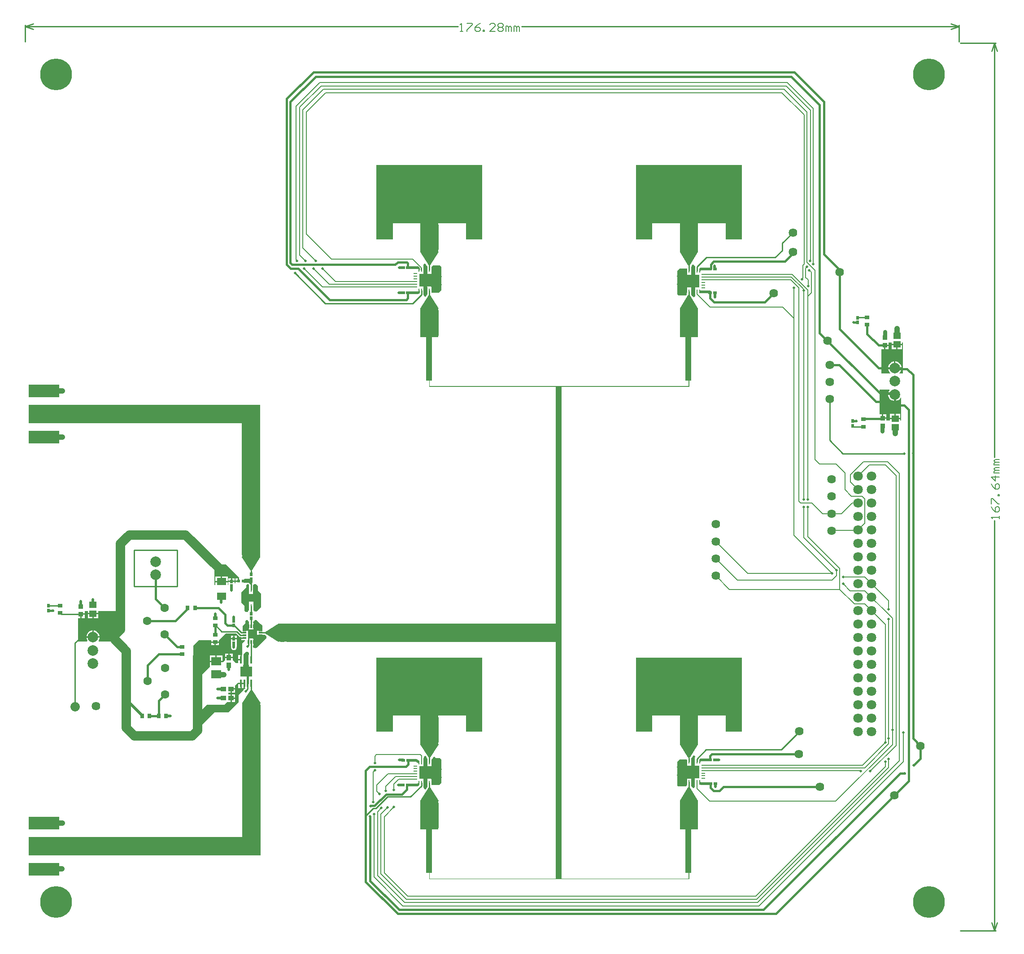
<source format=gtl>
G04*
G04 #@! TF.GenerationSoftware,Altium Limited,Altium Designer,23.2.1 (34)*
G04*
G04 Layer_Physical_Order=1*
G04 Layer_Color=255*
%FSLAX25Y25*%
%MOIN*%
G70*
G04*
G04 #@! TF.SameCoordinates,342CFCC0-3008-4232-B3F0-62073F027D76*
G04*
G04*
G04 #@! TF.FilePolarity,Positive*
G04*
G01*
G75*
%ADD12C,0.01000*%
%ADD15C,0.00600*%
%ADD16R,0.13610X0.01968*%
%ADD17R,0.01100X0.01000*%
%ADD18R,0.03543X0.02756*%
%ADD19R,0.01968X0.02756*%
%ADD20R,0.05733X0.04940*%
%ADD21R,0.03591X0.03772*%
%ADD22R,0.23000X0.09000*%
%ADD23R,0.23000X0.09500*%
%ADD24R,0.09646X0.09646*%
%ADD25R,0.03150X0.00984*%
%ADD26R,0.00984X0.03150*%
%ADD27R,0.02598X0.02441*%
%ADD28R,0.13610X0.01992*%
%ADD29R,0.02441X0.02598*%
%ADD30R,0.02756X0.03543*%
%ADD31R,0.01772X0.05315*%
%ADD32R,0.08898X0.07205*%
%ADD33R,0.05709X0.05709*%
%ADD34R,0.02559X0.00984*%
%ADD35R,0.00984X0.02559*%
%ADD36R,0.01181X0.02953*%
%ADD37R,0.02953X0.01181*%
%ADD38R,0.06890X0.06890*%
%ADD39R,0.13610X0.01575*%
%ADD40R,0.03291X0.13610*%
%ADD41R,0.01968X0.13610*%
%ADD42R,0.01000X0.01100*%
%ADD43R,0.07087X0.05315*%
%ADD44R,0.07284X0.06496*%
%ADD45R,0.03740X0.03937*%
%ADD46R,0.03937X0.03740*%
%ADD47R,0.02423X0.02254*%
%ADD78C,0.01500*%
%ADD79C,0.02000*%
%ADD80C,0.00700*%
%ADD81C,0.01100*%
%ADD82C,0.04000*%
%ADD83C,0.07000*%
%ADD84C,0.03000*%
%ADD85C,0.23622*%
%ADD86C,0.06400*%
%ADD87C,0.07087*%
%ADD88C,0.07874*%
%ADD89C,0.06299*%
%ADD90C,0.01968*%
G36*
X588779Y514077D02*
X576633D01*
Y525943D01*
X522186D01*
Y514077D01*
X510039D01*
X510041Y514079D01*
Y569194D01*
X510039Y569195D01*
X588779D01*
Y514077D01*
D02*
G37*
G36*
X395866D02*
X383720D01*
Y525943D01*
X329273D01*
Y514077D01*
X317126D01*
X317127Y514079D01*
Y569194D01*
X317126Y569195D01*
X395866D01*
Y514077D01*
D02*
G37*
G36*
X556182Y506476D02*
X555829Y506122D01*
X542968Y506122D01*
X542614Y506476D01*
X542615Y524902D01*
X556182D01*
X556182Y506476D01*
D02*
G37*
G36*
X363269D02*
X362915Y506122D01*
X350054Y506122D01*
X349701Y506476D01*
X349701Y524902D01*
X363269D01*
X363269Y506476D01*
D02*
G37*
G36*
X556202Y504528D02*
X549945Y494685D01*
X548851D01*
X542595Y504528D01*
Y504724D01*
X556202D01*
Y504528D01*
D02*
G37*
G36*
X363287D02*
X357031Y494685D01*
X355937D01*
X349681Y504528D01*
Y504724D01*
X363287D01*
Y504528D01*
D02*
G37*
G36*
X553890Y493981D02*
Y493132D01*
X553876D01*
Y487983D01*
X553890D01*
Y487386D01*
X551413D01*
X550955Y487885D01*
X550955Y487983D01*
X550955Y488371D01*
Y493132D01*
X550955Y493132D01*
X550955D01*
X550955Y493132D01*
X551114Y493567D01*
X552020Y494473D01*
X553398D01*
X553890Y493981D01*
D02*
G37*
G36*
X354934Y494081D02*
Y492988D01*
X355004D01*
Y489076D01*
X355004Y488665D01*
X355004Y488166D01*
X355001Y488091D01*
X352067D01*
Y488665D01*
X352083D01*
Y493815D01*
X352067D01*
Y494587D01*
X352559Y495079D01*
X353937D01*
X354934Y494081D01*
D02*
G37*
G36*
X365354Y493602D02*
Y476181D01*
X363583Y474409D01*
X357988D01*
Y478657D01*
X357988D01*
X357874Y478839D01*
Y479232D01*
X357874D01*
Y488091D01*
X357874D01*
Y488165D01*
X357988Y488665D01*
X357988Y488665D01*
Y492988D01*
X358034D01*
Y493566D01*
X358957Y494488D01*
X364469D01*
X365354Y493602D01*
D02*
G37*
G36*
X354853Y479095D02*
X355004Y478657D01*
X355004Y478657D01*
X355004Y478657D01*
Y474307D01*
X354934D01*
Y473241D01*
X353937Y472244D01*
X352559D01*
X352067Y472736D01*
Y473508D01*
X352083D01*
Y478657D01*
X352067D01*
Y479232D01*
X354763D01*
X354853Y479095D01*
D02*
G37*
G36*
X547971Y487983D02*
X547971D01*
X548083Y487878D01*
Y487386D01*
X548083D01*
Y478517D01*
X548083D01*
Y478475D01*
X547971Y477975D01*
X547971D01*
Y474277D01*
X547849D01*
Y473077D01*
X547000Y472228D01*
X541489D01*
X540603Y473114D01*
Y490536D01*
X542374Y492307D01*
X547971D01*
Y487983D01*
D02*
G37*
G36*
X553890Y477975D02*
X553876D01*
Y472825D01*
X553890D01*
Y472130D01*
X553398Y471638D01*
X552020D01*
X551287Y472371D01*
X550955Y472893D01*
Y477975D01*
X550955Y477975D01*
X550955Y477975D01*
X551116Y478408D01*
X551194Y478528D01*
X553890D01*
Y477975D01*
D02*
G37*
G36*
X363287Y462768D02*
Y462571D01*
X349681D01*
Y462768D01*
X355937Y472610D01*
X357031D01*
X363287Y462768D01*
D02*
G37*
G36*
X556202Y462738D02*
Y462541D01*
X542595D01*
Y462738D01*
X548851Y472580D01*
X549946D01*
X556202Y462738D01*
D02*
G37*
G36*
X556182Y442696D02*
X555829Y442343D01*
X551220Y442343D01*
X551141Y442358D01*
X546850D01*
X546772Y442343D01*
X542968Y442343D01*
X542614Y442696D01*
X542615Y461122D01*
X556182D01*
X556182Y442696D01*
D02*
G37*
G36*
X363269D02*
X362915Y442343D01*
X358307Y442343D01*
X358228Y442358D01*
X353937D01*
X353858Y442343D01*
X350054Y442343D01*
X349701Y442696D01*
X349701Y461122D01*
X363269D01*
X363269Y442696D01*
D02*
G37*
G36*
X708465Y414272D02*
X705917D01*
X705710Y414772D01*
X706313Y415374D01*
X706963Y416500D01*
X707299Y417756D01*
Y417906D01*
X702362D01*
X697425D01*
Y417756D01*
X697762Y416500D01*
X698412Y415374D01*
X699014Y414772D01*
X698807Y414272D01*
X692323D01*
Y432386D01*
X694515D01*
Y435272D01*
X695015D01*
Y435772D01*
X697811D01*
Y437303D01*
X700059D01*
Y436375D01*
X703925D01*
X707792D01*
Y437303D01*
X708465D01*
Y414272D01*
D02*
G37*
G36*
X551141Y408976D02*
X549615D01*
Y404374D01*
X454684D01*
Y38645D01*
X549204D01*
Y42836D01*
X546850D01*
Y75195D01*
X551141D01*
Y42836D01*
X549615D01*
Y38234D01*
X356290D01*
Y42836D01*
X353937D01*
Y75195D01*
X358228D01*
Y42836D01*
X356702D01*
Y38645D01*
X450394D01*
Y214705D01*
X250383D01*
Y228315D01*
X450394D01*
Y404374D01*
X356290D01*
Y408976D01*
X353937D01*
Y441339D01*
X358228D01*
Y408976D01*
X356702D01*
Y404787D01*
X549204D01*
Y408976D01*
X546850D01*
Y441339D01*
X551141D01*
Y408976D01*
D02*
G37*
G36*
X698462Y401802D02*
X698412Y401752D01*
X697762Y400626D01*
X697425Y399370D01*
Y399220D01*
X702362D01*
Y398720D01*
X702862D01*
Y393783D01*
X703012D01*
X704268Y394120D01*
X705394Y394770D01*
X706313Y395689D01*
X706685Y396334D01*
X707185Y396200D01*
Y379232D01*
X706524D01*
Y380209D01*
X702657D01*
X698791D01*
Y379232D01*
X696103D01*
Y380610D01*
X693307D01*
Y381110D01*
X692807D01*
Y383996D01*
X691043D01*
Y402264D01*
X698270D01*
X698462Y401802D01*
D02*
G37*
G36*
X230811Y279134D02*
X217201D01*
Y377394D01*
X58563D01*
Y391004D01*
X230811D01*
Y279134D01*
D02*
G37*
G36*
X230803Y277739D02*
X224547Y267897D01*
X223453D01*
X217197Y277739D01*
Y277936D01*
X230803D01*
Y277739D01*
D02*
G37*
G36*
X215211Y262389D02*
X215125Y262182D01*
Y259800D01*
X214626D01*
Y259300D01*
X212414D01*
Y258200D01*
X211620D01*
Y259132D01*
X207179D01*
Y257080D01*
X207088Y256988D01*
X206543D01*
Y259013D01*
X197457D01*
Y256988D01*
X196949D01*
X196600Y257337D01*
Y268200D01*
X200800Y272400D01*
X205200D01*
X215211Y262389D01*
D02*
G37*
G36*
X225200Y259100D02*
X224500Y258400D01*
Y257600D01*
X223962Y257062D01*
X223500Y257253D01*
Y257602D01*
X222441Y258661D01*
X218839D01*
X218500Y259000D01*
Y260823D01*
X219291Y261614D01*
X225200D01*
Y259100D01*
D02*
G37*
G36*
X229035Y256201D02*
Y252953D01*
X231299Y250689D01*
Y240453D01*
X228051Y237205D01*
X226673D01*
X226220Y237657D01*
Y238032D01*
X225847D01*
X225590Y238287D01*
Y244488D01*
X222539D01*
Y243635D01*
X222503D01*
Y239075D01*
X222539D01*
Y238189D01*
X222382Y238032D01*
X221779D01*
Y237429D01*
X221457Y237106D01*
X220079D01*
X219193Y237992D01*
Y241535D01*
X216831Y243898D01*
Y251772D01*
X220276Y255217D01*
Y256693D01*
X221063Y257480D01*
X222180D01*
X222499Y257162D01*
X222539Y256957D01*
Y255446D01*
X222503D01*
Y250887D01*
X222539D01*
Y250197D01*
X225492D01*
Y256791D01*
X226181Y257480D01*
X227756D01*
X229035Y256201D01*
D02*
G37*
G36*
X125492Y214961D02*
X110828D01*
X110570Y215461D01*
X111101Y216379D01*
X111437Y217635D01*
Y217785D01*
X106500D01*
X101563D01*
Y217635D01*
X101899Y216379D01*
X102430Y215461D01*
X102173Y214961D01*
X95276D01*
Y232441D01*
X96941D01*
Y235327D01*
X97441D01*
Y235827D01*
X100236D01*
Y237500D01*
X102629D01*
Y236127D01*
X106496D01*
X110363D01*
Y237500D01*
X125492D01*
Y214961D01*
D02*
G37*
G36*
X215700Y218300D02*
X216597D01*
Y217914D01*
X219074D01*
Y217036D01*
X216597D01*
Y215946D01*
X219292D01*
X219484Y215484D01*
X217300Y213300D01*
Y205049D01*
X216912D01*
Y201391D01*
X216412D01*
Y200891D01*
X214526D01*
Y198900D01*
X212600D01*
X210330Y201170D01*
Y202580D01*
X204589D01*
Y201189D01*
X203016Y199616D01*
X202750Y199726D01*
X193271D01*
Y196071D01*
X186000Y188800D01*
X181000Y193800D01*
Y212000D01*
X185000Y216000D01*
X194509D01*
Y215082D01*
X200053D01*
Y216053D01*
X205000Y221000D01*
X213000D01*
X215700Y218300D01*
D02*
G37*
G36*
X244525Y214669D02*
X244328D01*
X234486Y220924D01*
Y222019D01*
X244328Y228275D01*
X244525D01*
Y214669D01*
D02*
G37*
G36*
X248774Y214708D02*
X246292Y214667D01*
X245546D01*
X245545Y214669D01*
Y228275D01*
X245558Y228291D01*
X247493Y228316D01*
X248774D01*
Y214708D01*
D02*
G37*
G36*
X221779Y230484D02*
Y229969D01*
X222295D01*
X222539Y229724D01*
Y228871D01*
X222404D01*
Y223918D01*
X222539D01*
Y223917D01*
X225394D01*
Y223918D01*
X225585D01*
Y228871D01*
X225394D01*
Y229528D01*
X225835Y229969D01*
X226220D01*
Y230354D01*
X226673Y230807D01*
X227953D01*
X230709Y228051D01*
X231398D01*
X232480Y226969D01*
Y223064D01*
X228408D01*
Y219882D01*
X233361D01*
Y219922D01*
X234114D01*
X235236Y218799D01*
Y217618D01*
X227953Y210335D01*
X225984D01*
X225394Y210925D01*
Y212107D01*
X225585D01*
Y217060D01*
X225394D01*
Y217126D01*
X221555D01*
X221555Y222566D01*
X221555Y222835D01*
X221550Y223064D01*
X221150Y223064D01*
X217618D01*
Y226476D01*
X219587Y228445D01*
Y230118D01*
X220374Y230906D01*
X221358D01*
X221779Y230484D01*
D02*
G37*
G36*
X222441Y206496D02*
Y205049D01*
X222203D01*
Y197734D01*
X222441D01*
Y196063D01*
X218012D01*
Y197734D01*
X218298D01*
Y204940D01*
X218320Y205049D01*
Y205524D01*
X219980Y207185D01*
X221752D01*
X222441Y206496D01*
D02*
G37*
G36*
X230903Y169261D02*
Y169064D01*
X217297D01*
Y169261D01*
X223553Y179103D01*
X224647D01*
X230903Y169261D01*
D02*
G37*
G36*
X214526Y184371D02*
X216412D01*
Y183871D01*
X216912D01*
Y180214D01*
X218471D01*
Y183871D01*
X219471D01*
Y180214D01*
X219614D01*
X219400Y180000D01*
X219157Y179757D01*
X218976Y179682D01*
X218418Y179124D01*
X218343Y178943D01*
X214665Y175265D01*
Y170079D01*
X206987Y162400D01*
X196800D01*
X186000Y151600D01*
Y163000D01*
X191000Y168000D01*
X204000D01*
X206030Y170030D01*
X208653D01*
Y172900D01*
Y175770D01*
X207000D01*
Y176830D01*
X208653D01*
Y179700D01*
X209153D01*
Y180200D01*
X212121D01*
Y182203D01*
X214526Y184608D01*
Y184371D01*
D02*
G37*
G36*
X395866Y147935D02*
X383720D01*
Y159801D01*
X329273D01*
Y147935D01*
X317126D01*
X317127Y147937D01*
Y203052D01*
X317126Y203053D01*
X395866D01*
Y147935D01*
D02*
G37*
G36*
X588779Y147935D02*
X576633D01*
Y159801D01*
X522186D01*
Y147935D01*
X510039D01*
X510041Y147937D01*
Y203052D01*
X510039Y203053D01*
X588779D01*
Y147935D01*
D02*
G37*
G36*
X363268Y140334D02*
X362915Y139980D01*
X350054Y139980D01*
X349700Y140334D01*
X349701Y158760D01*
X363268D01*
X363268Y140334D01*
D02*
G37*
G36*
X556182Y140334D02*
X555829Y139980D01*
X542968Y139980D01*
X542614Y140334D01*
X542615Y158760D01*
X556182D01*
X556182Y140334D01*
D02*
G37*
G36*
X363286Y138386D02*
X357030Y128543D01*
X355936D01*
X349680Y138386D01*
Y138583D01*
X363286D01*
Y138386D01*
D02*
G37*
G36*
X556202Y138386D02*
X549945Y128543D01*
X548851D01*
X542595Y138386D01*
Y138583D01*
X556202D01*
Y138386D01*
D02*
G37*
G36*
X553839Y128937D02*
Y128227D01*
X553835D01*
Y123078D01*
X553839D01*
Y122441D01*
X551143D01*
X551024Y122623D01*
X550913Y123078D01*
X550913Y123078D01*
X550913Y123078D01*
Y126847D01*
X550948D01*
Y128220D01*
X551277Y128738D01*
X551968Y129429D01*
X553346D01*
X553839Y128937D01*
D02*
G37*
G36*
X354933Y127843D02*
Y126847D01*
X355004D01*
Y122524D01*
X355004Y122524D01*
X355004Y122524D01*
X354853Y122086D01*
X354763Y121949D01*
X352067D01*
Y122524D01*
X352083D01*
Y127673D01*
X352067D01*
Y128347D01*
X352559Y128839D01*
X353937D01*
X354933Y127843D01*
D02*
G37*
G36*
X365354Y127362D02*
Y109941D01*
X363583Y108169D01*
X357988D01*
Y112516D01*
X357988D01*
X357874Y112598D01*
Y113091D01*
X357874D01*
Y121960D01*
X357874D01*
Y122024D01*
X357988Y122524D01*
X357988D01*
Y126847D01*
X358033D01*
Y127324D01*
X358957Y128248D01*
X364469D01*
X365354Y127362D01*
D02*
G37*
G36*
X547848Y126847D02*
X547929D01*
Y123078D01*
X547929D01*
X548032Y122835D01*
Y122441D01*
X548032D01*
Y113681D01*
X553839D01*
Y113070D01*
X553835D01*
Y107920D01*
X553839D01*
Y107087D01*
X553346Y106595D01*
X551968D01*
X550946Y107617D01*
Y108165D01*
X550913D01*
Y113070D01*
X550886D01*
Y113091D01*
X548032D01*
Y113070D01*
X547929D01*
Y108165D01*
X547929Y108165D01*
X547846D01*
Y108083D01*
X546949Y107185D01*
X541437D01*
X540551Y108071D01*
Y125492D01*
X542323Y127264D01*
X547848D01*
Y126847D01*
D02*
G37*
G36*
X355004Y113016D02*
X355004Y112516D01*
X355004Y112105D01*
Y108164D01*
X354933D01*
Y107000D01*
X353937Y106004D01*
X352559D01*
X352067Y106496D01*
Y107366D01*
X352083D01*
Y112516D01*
X352067D01*
Y113091D01*
X355001D01*
X355004Y113016D01*
D02*
G37*
G36*
X556200Y96626D02*
Y96429D01*
X542593D01*
Y96626D01*
X548849Y106468D01*
X549944D01*
X556200Y96626D01*
D02*
G37*
G36*
X363286Y96624D02*
Y96428D01*
X349680D01*
Y96624D01*
X355936Y106467D01*
X357030D01*
X363286Y96624D01*
D02*
G37*
G36*
X556168Y76553D02*
X555815Y76200D01*
X551215Y76200D01*
X551141Y76215D01*
X546850D01*
X546777Y76200D01*
X542954Y76200D01*
X542600Y76554D01*
X542601Y94980D01*
X556168D01*
X556168Y76553D01*
D02*
G37*
G36*
X363268D02*
X362915Y76200D01*
X358301Y76200D01*
X358228Y76215D01*
X353937D01*
X353864Y76200D01*
X350054Y76200D01*
X349700Y76554D01*
X349701Y94980D01*
X363268D01*
X363268Y76553D01*
D02*
G37*
G36*
X230906Y55945D02*
X58563D01*
Y69555D01*
X217295D01*
Y167815D01*
X230906D01*
Y55945D01*
D02*
G37*
%LPC*%
G36*
X707792Y435375D02*
X704425D01*
Y432405D01*
X707792D01*
Y435375D01*
D02*
G37*
G36*
X703425D02*
X700059D01*
Y432405D01*
X703425D01*
Y435375D01*
D02*
G37*
G36*
X697811Y434772D02*
X695515D01*
Y432386D01*
X697811D01*
Y434772D01*
D02*
G37*
G36*
X703012Y423343D02*
X702862D01*
Y418905D01*
X707299D01*
Y419056D01*
X706963Y420311D01*
X706313Y421437D01*
X705394Y422356D01*
X704268Y423006D01*
X703012Y423343D01*
D02*
G37*
G36*
X701862D02*
X701712D01*
X700457Y423006D01*
X699331Y422356D01*
X698412Y421437D01*
X697762Y420311D01*
X697425Y419056D01*
Y418905D01*
X701862D01*
Y423343D01*
D02*
G37*
G36*
Y398220D02*
X697425D01*
Y398071D01*
X697762Y396815D01*
X698412Y395689D01*
X699331Y394770D01*
X700457Y394120D01*
X701712Y393783D01*
X701862D01*
Y398220D01*
D02*
G37*
G36*
X696103Y383996D02*
X693807D01*
Y381610D01*
X696103D01*
Y383996D01*
D02*
G37*
G36*
X706524Y384178D02*
X703157D01*
Y381209D01*
X706524D01*
Y384178D01*
D02*
G37*
G36*
X702157D02*
X698791D01*
Y381209D01*
X702157D01*
Y384178D01*
D02*
G37*
G36*
X214125Y261927D02*
X212414D01*
Y260300D01*
X214125D01*
Y261927D01*
D02*
G37*
G36*
X211620Y261931D02*
X209900D01*
Y260132D01*
X211620D01*
Y261931D01*
D02*
G37*
G36*
X208900D02*
X207179D01*
Y260132D01*
X208900D01*
Y261931D01*
D02*
G37*
G36*
X206543Y263171D02*
X202500D01*
Y260013D01*
X206543D01*
Y263171D01*
D02*
G37*
G36*
X201500D02*
X197457D01*
Y260013D01*
X201500D01*
Y263171D01*
D02*
G37*
G36*
X100236Y234827D02*
X97941D01*
Y232441D01*
X100236D01*
Y234827D01*
D02*
G37*
G36*
X110363Y235127D02*
X106996D01*
Y232157D01*
X110363D01*
Y235127D01*
D02*
G37*
G36*
X105996D02*
X102629D01*
Y232157D01*
X105996D01*
Y235127D01*
D02*
G37*
G36*
X107150Y223222D02*
X107000D01*
Y218785D01*
X111437D01*
Y218935D01*
X111101Y220191D01*
X110451Y221316D01*
X109531Y222236D01*
X108406Y222886D01*
X107150Y223222D01*
D02*
G37*
G36*
X106000D02*
X105850D01*
X104594Y222886D01*
X103469Y222236D01*
X102549Y221316D01*
X101899Y220191D01*
X101563Y218935D01*
Y218785D01*
X106000D01*
Y223222D01*
D02*
G37*
G36*
X213322Y219402D02*
X211601D01*
Y217603D01*
X213322D01*
Y219402D01*
D02*
G37*
G36*
X210601D02*
X208881D01*
Y217603D01*
X210601D01*
Y219402D01*
D02*
G37*
G36*
X200053Y214082D02*
X197781D01*
Y212204D01*
X200053D01*
Y214082D01*
D02*
G37*
G36*
X196781D02*
X194509D01*
Y212204D01*
X196781D01*
Y214082D01*
D02*
G37*
G36*
X213322Y216603D02*
X208881D01*
Y214804D01*
Y211339D01*
X208881D01*
X209244Y210839D01*
X209177Y210500D01*
X209331Y209726D01*
X209769Y209069D01*
X210426Y208631D01*
X211200Y208477D01*
X211974Y208631D01*
X212631Y209069D01*
X213069Y209726D01*
X213223Y210500D01*
X213156Y210839D01*
X213322Y211339D01*
X213322D01*
Y214804D01*
Y216603D01*
D02*
G37*
G36*
X210330Y206049D02*
X207959D01*
Y203580D01*
X210330D01*
Y206049D01*
D02*
G37*
G36*
X206959D02*
X204589D01*
Y203580D01*
X206959D01*
Y206049D01*
D02*
G37*
G36*
X215912Y205049D02*
X214526D01*
Y201891D01*
X215912D01*
Y205049D01*
D02*
G37*
G36*
X202554Y204474D02*
X198412D01*
Y200726D01*
X202554D01*
Y204474D01*
D02*
G37*
G36*
X197412D02*
X193271D01*
Y200726D01*
X197412D01*
Y204474D01*
D02*
G37*
G36*
X215912Y183371D02*
X214526D01*
Y180214D01*
X215912D01*
Y183371D01*
D02*
G37*
G36*
X212121Y179200D02*
X209653D01*
Y176830D01*
X212121D01*
Y179200D01*
D02*
G37*
G36*
Y175770D02*
X209653D01*
Y173400D01*
X212121D01*
Y175770D01*
D02*
G37*
G36*
Y172400D02*
X209653D01*
Y170030D01*
X212121D01*
Y172400D01*
D02*
G37*
%LPD*%
D12*
X663800Y354700D02*
X709500D01*
X654000Y364500D02*
X663800Y354700D01*
X654000Y364500D02*
Y395300D01*
X358563Y126264D02*
Y126501D01*
X360000Y127938D01*
X358465Y125098D02*
Y126165D01*
X360000Y127938D02*
Y128200D01*
X358465Y126165D02*
X358563Y126264D01*
X557303Y108981D02*
X557384Y108900D01*
X557295Y110495D02*
X557303Y110487D01*
Y108981D02*
Y110487D01*
X256693Y488779D02*
X279072Y466400D01*
X344057D02*
X350590Y472933D01*
X279072Y466400D02*
X344057D01*
X81791Y241634D02*
X81890Y241732D01*
X73327Y241634D02*
X81791D01*
X73228Y241535D02*
X73327Y241634D01*
X81890Y236221D02*
X82284D01*
X83177Y235327D02*
X97441D01*
X82284Y236221D02*
X83177Y235327D01*
X674803Y455905D02*
X681595D01*
X674606Y455709D02*
X674803Y455905D01*
X681595D02*
X681791Y456102D01*
X671000Y375128D02*
X671484Y374644D01*
X678900D01*
X671000Y375128D02*
Y375328D01*
X92900Y166700D02*
X93200Y167000D01*
X106485Y218300D02*
X106500Y218285D01*
X97700Y218300D02*
X106485D01*
X93200Y167000D02*
Y213800D01*
X97700Y218300D01*
X314665Y90847D02*
X316732D01*
X325394Y99508D02*
X342323D01*
X316732Y90847D02*
X325394Y99508D01*
X309154Y85335D02*
X314665Y90847D01*
X350583Y109933D02*
X350590Y109941D01*
X350583Y107768D02*
Y109933D01*
X342323Y99508D02*
X350583Y107768D01*
X618110Y134646D02*
X631299Y147835D01*
Y148228D01*
X562205Y134646D02*
X618110D01*
X555335Y127776D02*
X562205Y134646D01*
X555335Y125660D02*
Y127776D01*
X555327Y125652D02*
X555335Y125660D01*
X557295Y125652D02*
X557303Y125660D01*
Y127084D01*
X557427Y127208D01*
X618701Y511122D02*
X626575Y518996D01*
X618701Y505704D02*
Y511122D01*
X613489Y500492D02*
X618701Y505704D01*
X562303Y500492D02*
X613489D01*
X557329Y490565D02*
X557337Y490557D01*
X557329Y490565D02*
Y492080D01*
X348614Y491248D02*
Y493014D01*
Y491248D02*
X348622Y491240D01*
X348521Y493108D02*
X348614Y493014D01*
X348630Y474205D02*
Y476075D01*
X348622Y476083D02*
X348630Y476075D01*
X350590Y472933D02*
Y476083D01*
X555369Y490557D02*
Y493558D01*
X562303Y500492D01*
X216412Y183871D02*
X218971D01*
X356496Y491240D02*
Y492307D01*
X356484Y492319D02*
Y494488D01*
Y492319D02*
X356496Y492307D01*
X356484Y475004D02*
X356496Y475016D01*
Y476083D01*
X356484Y472807D02*
Y475004D01*
X356496Y125098D02*
Y128173D01*
X549398Y491689D02*
X549463Y491624D01*
X549398Y491689D02*
Y494488D01*
X549463Y490557D02*
Y491624D01*
X549399Y474261D02*
X549463Y474325D01*
Y475400D01*
X549399Y472807D02*
Y474261D01*
X549421Y109428D02*
Y110495D01*
X549396Y109403D02*
X549421Y109428D01*
X549396Y106665D02*
Y109403D01*
X549398Y126742D02*
Y128347D01*
X549421Y125652D02*
Y126719D01*
X549398Y126742D02*
X549421Y126719D01*
X356483Y128186D02*
Y128347D01*
Y128186D02*
X356496Y128173D01*
X356483Y128347D02*
Y128543D01*
X356496Y108874D02*
Y109941D01*
X356483Y106664D02*
Y108861D01*
X356496Y108874D01*
X216195Y219505D02*
X219074D01*
X213300Y222400D02*
X216195Y219505D01*
X202062Y222400D02*
X213300D01*
X197675Y226787D02*
X202062Y222400D01*
X197281Y226787D02*
X197675D01*
X211003Y226926D02*
X211474D01*
X216836Y221564D01*
X218983D01*
X219074Y221473D01*
X776500Y0D02*
Y304807D01*
Y351993D02*
Y660000D01*
X751000Y0D02*
X777500D01*
X751000Y660000D02*
X777500D01*
X776500Y0D02*
X778500Y6000D01*
X774500D02*
X776500Y0D01*
X774500Y654000D02*
X776500Y660000D01*
X778500Y654000D01*
X750000Y661000D02*
Y673300D01*
X56000Y661000D02*
Y673300D01*
X424993Y672300D02*
X750000D01*
X56000D02*
X377807D01*
X744000Y674300D02*
X750000Y672300D01*
X744000Y670300D02*
X750000Y672300D01*
X56000D02*
X62000Y670300D01*
X56000Y672300D02*
X62000Y674300D01*
X168897Y283060D02*
X168992Y255894D01*
X137008Y282948D02*
X137103Y255783D01*
X137008Y282948D02*
X168897Y283060D01*
X137103Y255783D02*
X168992Y255894D01*
D15*
X780099Y306407D02*
Y308406D01*
Y307407D01*
X774101D01*
X775101Y306407D01*
X774101Y315404D02*
X775101Y313405D01*
X777100Y311405D01*
X779099D01*
X780099Y312405D01*
Y314405D01*
X779099Y315404D01*
X778100D01*
X777100Y314405D01*
Y311405D01*
X774101Y317404D02*
Y321402D01*
X775101D01*
X779099Y317404D01*
X780099D01*
Y323402D02*
X779099D01*
Y324401D01*
X780099D01*
Y323402D01*
X774101Y332399D02*
X775101Y330399D01*
X777100Y328400D01*
X779099D01*
X780099Y329400D01*
Y331399D01*
X779099Y332399D01*
X778100D01*
X777100Y331399D01*
Y328400D01*
X780099Y337397D02*
X774101D01*
X777100Y334398D01*
Y338397D01*
X780099Y340396D02*
X776100D01*
Y341396D01*
X777100Y342395D01*
X780099D01*
X777100D01*
X776100Y343395D01*
X777100Y344395D01*
X780099D01*
Y346394D02*
X776100D01*
Y347394D01*
X777100Y348394D01*
X780099D01*
X777100D01*
X776100Y349393D01*
X777100Y350393D01*
X780099D01*
X379407Y668701D02*
X381406D01*
X380407D01*
Y674699D01*
X379407Y673699D01*
X384405Y674699D02*
X388404D01*
Y673699D01*
X384405Y669701D01*
Y668701D01*
X394402Y674699D02*
X392403Y673699D01*
X390404Y671700D01*
Y669701D01*
X391403Y668701D01*
X393403D01*
X394402Y669701D01*
Y670700D01*
X393403Y671700D01*
X390404D01*
X396402Y668701D02*
Y669701D01*
X397401D01*
Y668701D01*
X396402D01*
X405399D02*
X401400D01*
X405399Y672700D01*
Y673699D01*
X404399Y674699D01*
X402400D01*
X401400Y673699D01*
X407398D02*
X408398Y674699D01*
X410397D01*
X411397Y673699D01*
Y672700D01*
X410397Y671700D01*
X411397Y670700D01*
Y669701D01*
X410397Y668701D01*
X408398D01*
X407398Y669701D01*
Y670700D01*
X408398Y671700D01*
X407398Y672700D01*
Y673699D01*
X408398Y671700D02*
X410397D01*
X413396Y668701D02*
Y672700D01*
X414396D01*
X415395Y671700D01*
Y668701D01*
Y671700D01*
X416395Y672700D01*
X417395Y671700D01*
Y668701D01*
X419394D02*
Y672700D01*
X420394D01*
X421393Y671700D01*
Y668701D01*
Y671700D01*
X422393Y672700D01*
X423393Y671700D01*
Y668701D01*
D16*
X549399Y461754D02*
D03*
X356484Y505512D02*
D03*
Y461784D02*
D03*
X549396Y95642D02*
D03*
X549398Y139370D02*
D03*
Y505512D02*
D03*
X356483Y139370D02*
D03*
X356483Y95640D02*
D03*
X224100Y168276D02*
D03*
X224000Y278724D02*
D03*
D17*
X549399Y472777D02*
D03*
X356484Y494488D02*
D03*
Y472807D02*
D03*
X549396Y106665D02*
D03*
X549398Y128347D02*
D03*
Y494488D02*
D03*
X356483Y128347D02*
D03*
X356483Y106664D02*
D03*
X224100Y179300D02*
D03*
X224000Y267700D02*
D03*
D18*
X681791Y456102D02*
D03*
Y450591D02*
D03*
X678900Y380156D02*
D03*
Y374644D02*
D03*
X81890Y236221D02*
D03*
Y241732D02*
D03*
X172700Y211056D02*
D03*
Y205544D02*
D03*
X197281Y214582D02*
D03*
Y220094D02*
D03*
Y226787D02*
D03*
Y232299D02*
D03*
D19*
X674606Y455709D02*
D03*
Y452165D02*
D03*
X671000Y375328D02*
D03*
Y378872D02*
D03*
X73228Y241535D02*
D03*
Y237992D02*
D03*
D20*
X703925Y435875D02*
D03*
Y442377D02*
D03*
X106496Y242129D02*
D03*
Y235627D02*
D03*
X702658Y374206D02*
D03*
Y380709D02*
D03*
D21*
X695015Y440996D02*
D03*
Y435272D02*
D03*
X97441Y235327D02*
D03*
Y241051D02*
D03*
X693307Y381110D02*
D03*
Y375386D02*
D03*
D22*
X70000Y384122D02*
D03*
Y62750D02*
D03*
D23*
Y366872D02*
D03*
Y401372D02*
D03*
Y45500D02*
D03*
Y80000D02*
D03*
D24*
X353543Y483661D02*
D03*
X552374Y118074D02*
D03*
X552416Y482979D02*
D03*
X353543Y117520D02*
D03*
D25*
X345965Y478740D02*
D03*
Y480709D02*
D03*
Y482677D02*
D03*
Y484646D02*
D03*
Y486614D02*
D03*
Y488583D02*
D03*
X361122D02*
D03*
Y486614D02*
D03*
Y484646D02*
D03*
Y482677D02*
D03*
Y480709D02*
D03*
Y478740D02*
D03*
X559953Y122995D02*
D03*
Y121026D02*
D03*
Y119058D02*
D03*
Y117089D02*
D03*
Y115121D02*
D03*
Y113152D02*
D03*
X544795D02*
D03*
Y115121D02*
D03*
Y117089D02*
D03*
Y119058D02*
D03*
Y121026D02*
D03*
Y122995D02*
D03*
X559995Y487900D02*
D03*
Y485931D02*
D03*
Y483963D02*
D03*
Y481994D02*
D03*
Y480026D02*
D03*
Y478057D02*
D03*
X544837D02*
D03*
Y480026D02*
D03*
Y481994D02*
D03*
Y483963D02*
D03*
Y485931D02*
D03*
Y487900D02*
D03*
X345965Y112598D02*
D03*
Y114567D02*
D03*
Y116535D02*
D03*
Y118504D02*
D03*
Y120473D02*
D03*
Y122441D02*
D03*
X361122D02*
D03*
Y120473D02*
D03*
Y118504D02*
D03*
Y116535D02*
D03*
Y114567D02*
D03*
Y112598D02*
D03*
D26*
X348622Y491240D02*
D03*
X350590D02*
D03*
X352559D02*
D03*
X354528D02*
D03*
X356496D02*
D03*
X358465D02*
D03*
Y476083D02*
D03*
X356496D02*
D03*
X354528D02*
D03*
X352559D02*
D03*
X350590D02*
D03*
X348622D02*
D03*
X557295Y110495D02*
D03*
X555327D02*
D03*
X553358D02*
D03*
X551390D02*
D03*
X549421D02*
D03*
X547453D02*
D03*
Y125652D02*
D03*
X549421D02*
D03*
X551390D02*
D03*
X553358D02*
D03*
X555327D02*
D03*
X557295D02*
D03*
X557337Y475400D02*
D03*
X555369D02*
D03*
X553400D02*
D03*
X551432D02*
D03*
X549463D02*
D03*
X547495D02*
D03*
Y490557D02*
D03*
X549463D02*
D03*
X551432D02*
D03*
X553400D02*
D03*
X555369D02*
D03*
X557337D02*
D03*
X348622Y125098D02*
D03*
X350590D02*
D03*
X352559D02*
D03*
X354528D02*
D03*
X356496D02*
D03*
X358465D02*
D03*
Y109941D02*
D03*
X356496D02*
D03*
X354528D02*
D03*
X352559D02*
D03*
X350590D02*
D03*
X348622D02*
D03*
D27*
X340453Y474114D02*
D03*
X336988D02*
D03*
X340453Y493012D02*
D03*
X336988D02*
D03*
X565098Y126870D02*
D03*
X568563D02*
D03*
X565433Y109350D02*
D03*
X568898D02*
D03*
X565098Y491929D02*
D03*
X568563D02*
D03*
X565098Y474213D02*
D03*
X568563D02*
D03*
X336791Y108366D02*
D03*
X340256D02*
D03*
X337185Y126772D02*
D03*
X340650D02*
D03*
D28*
X356496Y525492D02*
D03*
X356496Y159350D02*
D03*
X549409Y525492D02*
D03*
Y159350D02*
D03*
D29*
X224000Y264865D02*
D03*
Y261400D02*
D03*
X211101Y217103D02*
D03*
Y213638D02*
D03*
X211003Y226926D02*
D03*
Y230390D02*
D03*
X209400Y259632D02*
D03*
Y256168D02*
D03*
X224000Y232268D02*
D03*
Y235732D02*
D03*
D30*
X182356Y239800D02*
D03*
X176844D02*
D03*
X160800Y159600D02*
D03*
X155288D02*
D03*
X148500Y159700D02*
D03*
X142988D02*
D03*
D31*
X216412Y183871D02*
D03*
X218971D02*
D03*
X221530D02*
D03*
X224089D02*
D03*
X216412Y201391D02*
D03*
X218971D02*
D03*
X221530D02*
D03*
X224089D02*
D03*
D32*
X220251Y192631D02*
D03*
D33*
X223995Y247260D02*
D03*
D34*
X218089Y245253D02*
D03*
Y247260D02*
D03*
Y249268D02*
D03*
X229900D02*
D03*
Y247260D02*
D03*
Y245253D02*
D03*
D35*
X221987Y253166D02*
D03*
X223995D02*
D03*
X226003D02*
D03*
Y241355D02*
D03*
X223995D02*
D03*
X221987D02*
D03*
D36*
X222026Y214583D02*
D03*
X223995D02*
D03*
X225963D02*
D03*
X227932D02*
D03*
Y226394D02*
D03*
X225963D02*
D03*
X223995D02*
D03*
X222026D02*
D03*
D37*
X230885Y217536D02*
D03*
Y219505D02*
D03*
Y221473D02*
D03*
Y223442D02*
D03*
X219074D02*
D03*
Y221473D02*
D03*
Y219505D02*
D03*
Y217536D02*
D03*
D38*
X224979Y220489D02*
D03*
D39*
X356496Y441929D02*
D03*
X549409D02*
D03*
Y75787D02*
D03*
X356496D02*
D03*
D40*
X249131Y221512D02*
D03*
D41*
X245312Y221472D02*
D03*
D42*
X234289D02*
D03*
D43*
X202000Y248687D02*
D03*
Y259513D02*
D03*
D44*
X197912Y190580D02*
D03*
Y200226D02*
D03*
D45*
X207459Y203080D02*
D03*
Y197175D02*
D03*
D46*
X209153Y179700D02*
D03*
X203247D02*
D03*
X209153Y172900D02*
D03*
X203247D02*
D03*
D47*
X218000Y259800D02*
D03*
X214626D02*
D03*
D78*
X702362Y392500D02*
Y398721D01*
Y391528D02*
Y392500D01*
X646457Y444390D02*
X691318Y399528D01*
X701662Y393200D02*
X702362Y392500D01*
X688400Y393200D02*
X701662D01*
X661100Y420500D02*
X688400Y393200D01*
X654000Y420500D02*
X661100D01*
X715945Y354800D02*
Y413287D01*
Y142815D02*
Y354800D01*
X565098Y129961D02*
X566437Y131299D01*
X631201D01*
X339277Y469100D02*
X340453Y470276D01*
X259132Y492443D02*
X282475Y469100D01*
X339277D01*
X340453Y493012D02*
Y496169D01*
X333071Y497047D02*
X339574D01*
X331201Y495177D02*
X333071Y497047D01*
X339574D02*
X340453Y496169D01*
X73228Y237992D02*
X73282Y238046D01*
X76646D01*
X76700Y238100D01*
X671867Y452233D02*
X674539D01*
X671800Y452300D02*
X671867Y452233D01*
X674539D02*
X674606Y452165D01*
X681791Y443709D02*
Y450591D01*
Y443709D02*
X690228Y435272D01*
X695015D01*
X671036Y378836D02*
X673764D01*
X671000Y378872D02*
X671036Y378836D01*
X673764D02*
X673800Y378800D01*
X692830Y380633D02*
X693307Y381110D01*
X679377Y380633D02*
X692830D01*
X678900Y380156D02*
X679377Y380633D01*
X693307Y381110D02*
X693307Y381110D01*
X693307Y381110D02*
X693307D01*
X340650Y123524D02*
Y126772D01*
X339075Y121949D02*
X340650Y123524D01*
X312205Y121949D02*
X339075D01*
X309154Y118898D02*
X312205Y121949D01*
X309154Y85335D02*
Y118898D01*
X702165Y100591D02*
X712795Y111221D01*
X709449Y390650D02*
X712795Y387303D01*
Y111221D02*
Y387303D01*
X309154Y36417D02*
Y85335D01*
Y36417D02*
X332972Y12598D01*
X312288Y37045D02*
X333881Y15453D01*
X312288Y37045D02*
Y84956D01*
X312598Y92716D02*
X312659Y92777D01*
X315833D01*
X324366Y101311D01*
X336083D01*
X339707Y104934D01*
Y107896D02*
X340177Y108366D01*
X340256D01*
X339707Y104934D02*
Y107896D01*
X333881Y15453D02*
X604823D01*
X706299Y116929D01*
X614173Y12598D02*
X702165Y100591D01*
X332972Y12598D02*
X614173D01*
X706299Y116929D02*
X709744D01*
X721358Y128051D02*
Y137402D01*
X716339Y123031D02*
X721358Y128051D01*
X565098Y126870D02*
Y129961D01*
X715945Y142815D02*
X721358Y137402D01*
X567787Y497539D02*
X620852D01*
X626870Y503558D01*
Y504724D01*
X661417Y447441D02*
Y489567D01*
Y447441D02*
X690453Y418405D01*
X661417Y489567D02*
Y490893D01*
X659900Y492410D02*
X661417Y490893D01*
X627658Y638287D02*
X649705Y616240D01*
X659900Y492410D02*
Y492757D01*
X649705Y502953D02*
Y616240D01*
Y502953D02*
X659900Y492757D01*
X625394Y634941D02*
X646457Y613878D01*
X575098Y107087D02*
X646457D01*
X646555Y106988D01*
X646457Y444390D02*
Y613878D01*
X691318Y399528D02*
X701554D01*
X702362Y398721D01*
X702362D01*
X568110Y467323D02*
X605807D01*
X612402Y473917D01*
X565098Y470335D02*
X568110Y467323D01*
X711502Y417730D02*
X715945Y413287D01*
X703037Y417730D02*
X711502D01*
X702362Y418405D02*
X703037Y417730D01*
X565433Y106220D02*
X567717Y103937D01*
X565433Y106220D02*
Y109350D01*
X567717Y103937D02*
X571949D01*
X575098Y107087D01*
X702362Y391528D02*
X703241Y390650D01*
X709449D01*
X250492Y495247D02*
X253297Y492443D01*
X250492Y495247D02*
Y618504D01*
X253297Y492443D02*
X259132D01*
X254429Y495177D02*
X331201D01*
X253150Y496457D02*
X254429Y495177D01*
X340453Y470276D02*
Y474114D01*
X250492Y618504D02*
X270276Y638287D01*
X627658D01*
X253150Y496457D02*
Y616142D01*
X271949Y634941D01*
X625394D01*
X565098Y470335D02*
Y474213D01*
X690453Y418405D02*
X702362D01*
X565647Y495400D02*
X567787Y497539D01*
X565647Y492400D02*
Y495400D01*
X565176Y491929D02*
X565647Y492400D01*
X565098Y491929D02*
X565176D01*
X221530Y183871D02*
Y191352D01*
X220251Y192631D02*
X221530Y191352D01*
X148550Y159650D02*
X155238D01*
X148500Y159700D02*
X148550Y159650D01*
X155238D02*
X155288Y159600D01*
Y171050D02*
X159996Y175758D01*
X155288Y159600D02*
Y171050D01*
X147004Y185600D02*
Y197204D01*
X155344Y205544D02*
X172700D01*
X147004Y197204D02*
X155344Y205544D01*
X159596Y220357D02*
X168898Y211056D01*
X172700D01*
X197281Y220094D02*
Y226787D01*
X204700Y228700D02*
X206474Y226926D01*
X211003D01*
X204700Y228700D02*
Y234900D01*
X199800Y239800D02*
X204700Y234900D01*
X182356Y239800D02*
X199800D01*
X176844Y239406D02*
Y239800D01*
X146604Y230200D02*
X167638D01*
X176844Y239406D01*
X153000Y246639D02*
X159596Y240042D01*
X153000Y246639D02*
Y264500D01*
D79*
X333900Y126800D02*
X337157D01*
X337185Y126772D01*
X336625Y108200D02*
X336791Y108366D01*
X333500Y108200D02*
X336625D01*
X558250Y109350D02*
X565433D01*
X568563Y126870D02*
X568593Y126900D01*
X571700D01*
X568563Y474031D02*
Y474213D01*
X568602Y471098D02*
Y473992D01*
X568563Y474031D02*
X568602Y473992D01*
Y471098D02*
X568700Y471000D01*
X333800Y474200D02*
X336902D01*
X336988Y474114D01*
X336876Y492900D02*
X336988Y493012D01*
X334000Y492900D02*
X336876D01*
X160900Y159500D02*
X164100D01*
X160800Y159600D02*
X160900Y159500D01*
X209400Y253000D02*
X209500Y252900D01*
X209400Y253000D02*
Y256168D01*
X201800Y244100D02*
Y248487D01*
X197300Y232317D02*
Y235500D01*
X197281Y232299D02*
X197300Y232317D01*
X211003Y230390D02*
X211100Y230488D01*
Y233400D01*
X211101Y213638D02*
X211200Y213540D01*
Y210500D02*
Y213540D01*
X199100Y172900D02*
X203247D01*
X199100Y179700D02*
X203247D01*
X106496Y242129D02*
X106500Y242133D01*
Y246400D01*
X97400Y245000D02*
X97441Y244959D01*
Y241051D02*
Y244959D01*
X346752Y126772D02*
X347933Y125591D01*
X340650Y126772D02*
X346752D01*
X340256Y108366D02*
X347835D01*
X348031Y108563D01*
X558071Y126870D02*
X565098D01*
X340453Y493012D02*
X347910D01*
X340453Y474114D02*
X347917D01*
X558169Y491929D02*
X565098D01*
X207480Y193996D02*
Y197154D01*
X207459Y197175D02*
X207480Y197154D01*
X568898Y106890D02*
Y109350D01*
X568504Y491988D02*
Y494390D01*
Y491988D02*
X568563Y491929D01*
X558169Y474803D02*
X564902D01*
X565098Y474213D02*
Y474606D01*
X564902Y474803D02*
X565098Y474606D01*
X142988Y159700D02*
Y160094D01*
X131800Y171282D02*
X142988Y160094D01*
X201800Y248487D02*
X202000Y248687D01*
D80*
X315945Y129724D02*
X317021Y130800D01*
X349613D02*
X350590Y129823D01*
X317021Y130800D02*
X349613D01*
X350590Y125098D02*
Y129823D01*
X315945Y124683D02*
Y129724D01*
X265059Y517941D02*
X283600Y499400D01*
X344138D02*
X350448Y493089D01*
X283600Y499400D02*
X344138D01*
X260039Y502372D02*
Y612205D01*
Y502372D02*
X264500Y497911D01*
X282091Y480709D02*
X345965D01*
X270400Y492400D02*
X282091Y480709D01*
X262303Y507697D02*
X272000Y498000D01*
X262303Y507697D02*
Y610138D01*
X277000Y492443D02*
X286766Y482677D01*
X345965D01*
X265059Y517941D02*
Y608760D01*
X642913Y350197D02*
X646310Y346800D01*
X658700D01*
X665300Y340200D01*
Y327810D02*
Y340200D01*
Y327810D02*
X670079Y323031D01*
X670633Y317933D02*
X675039D01*
X662703Y310002D02*
X670633Y317933D01*
X655396Y310002D02*
X662703D01*
X670079Y323031D02*
X677953D01*
X642913Y350197D02*
Y490945D01*
X677953Y323031D02*
X679921Y321063D01*
Y302815D02*
Y321063D01*
X648597Y310002D02*
X655396D01*
X632264Y317933D02*
X640667D01*
X648597Y310002D01*
X674671Y297565D02*
X675039Y297933D01*
X655861Y297565D02*
X674671D01*
X655492Y297197D02*
X655861Y297565D01*
X559995Y483963D02*
X624895D01*
X325689Y116535D02*
X345965D01*
X317520Y108366D02*
X325689Y116535D01*
X314762Y118031D02*
X315945Y119215D01*
X314762Y95573D02*
Y118031D01*
X317520Y103445D02*
Y108366D01*
X569400Y289394D02*
X593094Y265700D01*
X655600D01*
X569400Y276588D02*
X585388Y260600D01*
X655600D01*
X658957Y263957D02*
Y267913D01*
X655600Y260600D02*
X658957Y263957D01*
X569400Y263782D02*
X579442Y253740D01*
X661417D01*
X627362Y293938D02*
X655600Y265700D01*
X627362Y293938D02*
Y455315D01*
X633957Y485186D02*
Y494685D01*
X635039Y495768D01*
Y606496D01*
X633268Y484497D02*
X633957Y485186D01*
X633268Y484154D02*
Y484497D01*
X636122Y485630D02*
X637922Y483830D01*
Y479356D02*
Y483830D01*
X636122Y485630D02*
Y492531D01*
X636981Y493391D02*
Y493576D01*
X636122Y492531D02*
X636981Y493391D01*
X640256Y474311D02*
Y489468D01*
X638779Y490945D02*
X640256Y489468D01*
X637697Y471752D02*
X640256Y474311D01*
X637697Y320571D02*
Y471752D01*
Y476279D01*
X258071Y497911D02*
Y498168D01*
X257283Y498956D02*
X258071Y498168D01*
X257283Y498956D02*
Y612992D01*
X317520Y103445D02*
X319390Y101575D01*
X317968Y40989D02*
Y88341D01*
X320768Y91142D01*
X324114Y107283D02*
X331398Y114567D01*
X324114Y104033D02*
Y107283D01*
X331398Y114567D02*
X345965D01*
X320302Y42297D02*
Y86542D01*
X325492Y91732D01*
X330020Y104626D02*
Y108957D01*
X333661Y112598D01*
X345965D01*
X323031Y84744D02*
X330118Y91831D01*
X323031Y42913D02*
Y84744D01*
X601378Y18307D02*
X708661Y125591D01*
Y147146D01*
X658465Y96161D02*
X700689Y138386D01*
Y232283D01*
X680196Y252776D02*
X700689Y232283D01*
X317968Y40989D02*
X338157Y20800D01*
X323031Y42913D02*
X340256Y25689D01*
X315234Y86396D02*
X315354Y86516D01*
X315234Y39785D02*
Y86396D01*
X257283Y612992D02*
X274902Y630610D01*
X263386Y492421D02*
X277067Y478740D01*
X345965D01*
X621555Y628051D02*
X639764Y609842D01*
Y497933D02*
Y609842D01*
X641831Y495581D02*
Y611319D01*
X622539Y630610D02*
X641831Y611319D01*
X639272Y497933D02*
X639764D01*
X636937Y496921D02*
X642913Y490945D01*
X620125Y625492D02*
X636937Y608680D01*
Y496921D02*
Y608680D01*
X618504Y623032D02*
X635039Y606496D01*
X555327Y105697D02*
X564862Y96161D01*
X658465D01*
X634547Y320472D02*
Y475886D01*
X634547Y475886D01*
Y292323D02*
Y314862D01*
X630905Y319291D02*
Y477953D01*
Y319291D02*
X632264Y317933D01*
X637697Y293012D02*
Y314961D01*
X637795Y315059D01*
X634547Y292323D02*
X658957Y267913D01*
X663976Y257972D02*
X669172Y252776D01*
X680196D01*
X637697Y293012D02*
X661417Y269291D01*
Y253740D02*
Y269291D01*
X664173Y262992D02*
X679980D01*
X661417Y253740D02*
X672342Y242815D01*
X634305Y476128D02*
X634547Y475886D01*
X625486Y485931D02*
X634305Y477113D01*
Y476128D02*
Y477113D01*
X627362Y455315D02*
Y477953D01*
X624895Y483963D02*
X630905Y477953D01*
X559995Y485931D02*
X625486D01*
X672342Y242815D02*
X680158D01*
X685039Y237933D01*
X274902Y630610D02*
X622539D01*
X260039Y612205D02*
X275886Y628051D01*
X621555D01*
X262303Y610138D02*
X277658Y625492D01*
X620125D01*
X675039Y297933D02*
X679921Y302815D01*
X279331Y623032D02*
X618504D01*
X350448Y491382D02*
Y493089D01*
Y491382D02*
X350590Y491240D01*
X265059Y608760D02*
X279331Y623032D01*
X626076Y487900D02*
X637697Y476279D01*
X559995Y487900D02*
X626076D01*
X679980Y262992D02*
X685039Y257933D01*
X555511Y473131D02*
Y475258D01*
X555369Y475400D02*
X555511Y475258D01*
Y473131D02*
X564961Y463681D01*
X618996D01*
X627362Y455315D01*
X697736Y231594D02*
X697835Y231693D01*
Y238976D02*
Y245138D01*
X685039Y257933D02*
X697835Y245138D01*
X315234Y39785D02*
X336713Y18307D01*
X601378D01*
X338157Y20800D02*
X600327D01*
X705709Y126181D01*
X320302Y42297D02*
X339272Y23327D01*
X599705D01*
X697736Y121358D01*
Y127756D01*
X340256Y25689D02*
X599016D01*
X695374Y122047D01*
Y125492D01*
X705709Y126181D02*
Y339862D01*
X679109Y348622D02*
X696949D01*
X705709Y339862D01*
X669488Y339001D02*
X679109Y348622D01*
X669488Y333484D02*
Y339001D01*
Y333484D02*
X675039Y327933D01*
X697736Y142815D02*
Y231594D01*
Y138779D02*
Y142815D01*
X676777Y118451D02*
X677120D01*
X559953Y119058D02*
X676170D01*
X676777Y118451D01*
X684082Y118477D02*
Y118530D01*
X703248Y137697D01*
Y338386D01*
X695374Y346260D02*
X703248Y338386D01*
X683366Y346260D02*
X695374D01*
X675039Y337933D02*
X683366Y346260D01*
X679983Y121026D02*
X697736Y138779D01*
X559953Y121026D02*
X679983D01*
X555327Y105697D02*
Y110495D01*
X559953Y122995D02*
X678408D01*
X695374Y139961D01*
Y227598D01*
X685039Y237933D02*
X695374Y227598D01*
D81*
X221300Y211200D02*
Y211435D01*
X221986Y212121D01*
Y214543D02*
X222067Y214624D01*
X221986Y212121D02*
Y214543D01*
X223179Y218689D02*
X223179D01*
X222084Y217594D02*
X223179Y218689D01*
X222084Y217594D02*
Y217594D01*
X222067Y217577D02*
X222084Y217594D01*
X222067Y214624D02*
Y217577D01*
X224000Y264865D02*
Y267700D01*
X223995Y253166D02*
Y261395D01*
X224000Y261400D01*
X220100Y178000D02*
Y178235D01*
X219900Y178000D02*
X220100D01*
Y178235D02*
X221400Y179535D01*
Y183741D01*
X221530Y183871D01*
X224089Y179300D02*
Y183871D01*
Y179300D02*
X224100D01*
X223995Y235732D02*
Y241355D01*
Y235732D02*
X224000D01*
Y226394D02*
Y232268D01*
X223995Y226394D02*
X224000D01*
X223995Y201391D02*
Y214583D01*
Y201391D02*
X224089D01*
X230885Y221472D02*
X234289D01*
X230885D02*
Y221473D01*
D82*
X198192Y190300D02*
X203600D01*
X197912Y190580D02*
X198192Y190300D01*
X703925Y442377D02*
Y447526D01*
X70000Y45500D02*
X70465Y45965D01*
X83366D01*
X70000Y80020D02*
X83563D01*
X70000Y80000D02*
Y80020D01*
Y401372D02*
X83858D01*
Y401279D02*
Y401372D01*
X70000Y367028D02*
X83563D01*
X70000Y366872D02*
Y367028D01*
X702558Y369557D02*
Y374106D01*
X702658Y374206D01*
D83*
X92900Y166700D02*
X93200D01*
X120882Y218118D02*
X126800Y224036D01*
Y287900D01*
X133300Y294400D01*
X175200D01*
X199800Y269800D01*
X131000Y151000D02*
X137000Y145000D01*
X179900D01*
X184000Y149100D01*
Y203900D01*
X131000Y151000D02*
Y208000D01*
X120882Y218118D02*
X131000Y208000D01*
D84*
X695015Y440996D02*
Y445234D01*
X693107Y371348D02*
Y375186D01*
X693307Y375386D01*
D85*
X727700Y636700D02*
D03*
X78900D02*
D03*
Y21200D02*
D03*
X727700D02*
D03*
D86*
X655492Y297197D02*
D03*
X655396Y310002D02*
D03*
Y322808D02*
D03*
X655496Y335614D02*
D03*
X654000Y420500D02*
D03*
X569400Y276588D02*
D03*
Y263782D02*
D03*
Y289394D02*
D03*
Y302200D02*
D03*
X93200Y166700D02*
D03*
X108600Y166900D02*
D03*
X654000Y395300D02*
D03*
Y407900D02*
D03*
X631201Y131299D02*
D03*
X721358Y137402D02*
D03*
X631299Y148228D02*
D03*
X626870Y504724D02*
D03*
X661417Y489567D02*
D03*
X626575Y518996D02*
D03*
X652264Y438583D02*
D03*
X612402Y473917D02*
D03*
X702165Y100591D02*
D03*
X646555Y106988D02*
D03*
D87*
X685039Y147933D02*
D03*
X675039D02*
D03*
X685039Y157933D02*
D03*
X675039D02*
D03*
X685039Y167933D02*
D03*
X675039D02*
D03*
X685039Y177933D02*
D03*
X675039D02*
D03*
X685039Y187933D02*
D03*
X675039D02*
D03*
X685039Y197933D02*
D03*
X675039D02*
D03*
X685039Y207933D02*
D03*
X675039D02*
D03*
X685039Y217933D02*
D03*
X675039D02*
D03*
X685039Y227933D02*
D03*
X675039D02*
D03*
X685039Y237933D02*
D03*
X675039D02*
D03*
X685039Y247933D02*
D03*
X675039D02*
D03*
X685039Y257933D02*
D03*
X675039D02*
D03*
X685039Y267933D02*
D03*
X675039D02*
D03*
X685039Y277933D02*
D03*
X675039D02*
D03*
X685039Y287933D02*
D03*
X675039D02*
D03*
X685039Y297933D02*
D03*
X675039D02*
D03*
X685039Y307933D02*
D03*
X675039D02*
D03*
X685039Y317933D02*
D03*
X675039D02*
D03*
X685039Y327933D02*
D03*
X675039D02*
D03*
X685039Y337933D02*
D03*
X675039D02*
D03*
D88*
X702362Y398721D02*
D03*
Y408563D02*
D03*
Y418405D02*
D03*
X106500Y198600D02*
D03*
Y208442D02*
D03*
Y218285D02*
D03*
X153000Y264500D02*
D03*
Y274342D02*
D03*
D89*
X159996Y175758D02*
D03*
Y195442D02*
D03*
X147004Y185600D02*
D03*
X159596Y220357D02*
D03*
Y240042D02*
D03*
X146604Y230200D02*
D03*
D90*
X709500Y354700D02*
D03*
X715945Y354800D02*
D03*
X333900Y126800D02*
D03*
X360000Y128200D02*
D03*
X333500Y108200D02*
D03*
X571700Y126900D02*
D03*
X568700Y471000D02*
D03*
X333800Y474200D02*
D03*
X334000Y492900D02*
D03*
X164100Y159500D02*
D03*
X209500Y252900D02*
D03*
X201800Y244100D02*
D03*
X197300Y235500D02*
D03*
X211100Y233400D02*
D03*
X221300Y211200D02*
D03*
X211200Y210500D02*
D03*
X199100Y172900D02*
D03*
Y179700D02*
D03*
X203600Y190300D02*
D03*
X106500Y246400D02*
D03*
X97400Y245000D02*
D03*
X76700Y238100D02*
D03*
X671800Y452300D02*
D03*
X673800Y378800D02*
D03*
X264500Y497911D02*
D03*
X270400Y492400D02*
D03*
X272000Y498000D02*
D03*
X277000Y492443D02*
D03*
X315945Y119215D02*
D03*
Y124683D02*
D03*
X655600Y265700D02*
D03*
X633268Y484154D02*
D03*
X637922Y479356D02*
D03*
X319390Y101575D02*
D03*
X320768Y91142D02*
D03*
X324114Y104033D02*
D03*
X325492Y91732D02*
D03*
X330020Y104626D02*
D03*
X330118Y91831D02*
D03*
X708661Y147146D02*
D03*
X700689Y149213D02*
D03*
X312288Y84956D02*
D03*
X312598Y92716D02*
D03*
X315354Y86516D02*
D03*
X258071Y497911D02*
D03*
X314762Y95573D02*
D03*
X709744Y116929D02*
D03*
X716339Y123031D02*
D03*
X263386Y492421D02*
D03*
X636981Y493576D02*
D03*
X638779Y490945D02*
D03*
X639272Y497933D02*
D03*
X641837Y495581D02*
D03*
X634547Y320472D02*
D03*
X634547Y314862D02*
D03*
X637697Y320571D02*
D03*
X637795Y315059D02*
D03*
X658957Y267913D02*
D03*
X663976Y257972D02*
D03*
X664173Y262992D02*
D03*
X634547Y475886D02*
D03*
X627362Y477953D02*
D03*
X256693Y488779D02*
D03*
X254429Y495177D02*
D03*
X697835Y231693D02*
D03*
Y238976D02*
D03*
X695374Y125492D02*
D03*
X697736Y127756D02*
D03*
Y142815D02*
D03*
X695374Y139961D02*
D03*
X677120Y118451D02*
D03*
X684082Y118477D02*
D03*
X223179Y218689D02*
D03*
X226900Y211000D02*
D03*
X221063Y205906D02*
D03*
X219498Y242762D02*
D03*
X218898Y251870D02*
D03*
X228740Y251476D02*
D03*
X229528Y242815D02*
D03*
X364575Y119882D02*
D03*
Y113976D02*
D03*
X353248Y106004D02*
D03*
X541331Y121457D02*
D03*
Y115551D02*
D03*
X541388Y486491D02*
D03*
Y480586D02*
D03*
X364575Y486122D02*
D03*
Y480217D02*
D03*
X207480Y193996D02*
D03*
X230906Y214272D02*
D03*
X218799Y226083D02*
D03*
X231299Y226575D02*
D03*
X234252Y218602D02*
D03*
X568898Y106890D02*
D03*
X568504Y494390D02*
D03*
X544488Y125492D02*
D03*
X543602Y109744D02*
D03*
X552700Y107000D02*
D03*
X553100Y129400D02*
D03*
X544546Y490527D02*
D03*
X543660Y474779D02*
D03*
X553100Y472000D02*
D03*
X552500Y494200D02*
D03*
X361417Y109941D02*
D03*
X362303Y125689D02*
D03*
X353248Y128839D02*
D03*
X353300Y472400D02*
D03*
X353000Y495000D02*
D03*
X362303Y491929D02*
D03*
X361417Y476181D02*
D03*
X695015Y445234D02*
D03*
X83366Y45965D02*
D03*
X83563Y80020D02*
D03*
X83858Y401279D02*
D03*
X83563Y367028D02*
D03*
X552374Y121574D02*
D03*
Y114574D02*
D03*
X548874D02*
D03*
X555874D02*
D03*
Y121574D02*
D03*
X548874D02*
D03*
Y118074D02*
D03*
X555874D02*
D03*
X552374D02*
D03*
X552416Y486479D02*
D03*
Y479479D02*
D03*
X548916D02*
D03*
X555916D02*
D03*
Y486479D02*
D03*
X548916D02*
D03*
Y482979D02*
D03*
X555916D02*
D03*
X552416D02*
D03*
X702558Y369557D02*
D03*
X693107Y371348D02*
D03*
X703925Y447526D02*
D03*
X353543Y483661D02*
D03*
X357043D02*
D03*
X350043D02*
D03*
Y487161D02*
D03*
X357043D02*
D03*
Y480161D02*
D03*
X350043D02*
D03*
X353543D02*
D03*
Y487161D02*
D03*
Y117520D02*
D03*
Y121020D02*
D03*
Y114020D02*
D03*
X350043Y117520D02*
D03*
X357043D02*
D03*
X350043Y114020D02*
D03*
X357043D02*
D03*
Y121020D02*
D03*
X350043D02*
D03*
X223251Y190431D02*
D03*
Y194831D02*
D03*
X217251Y190431D02*
D03*
Y194831D02*
D03*
X220251Y192631D02*
D03*
X222345Y248910D02*
D03*
X225645D02*
D03*
X222345Y245610D02*
D03*
X225645D02*
D03*
X223179Y222289D02*
D03*
X226779D02*
D03*
Y218689D02*
D03*
X226673Y256398D02*
D03*
X221457Y256299D02*
D03*
X220100Y178000D02*
D03*
X227067Y238287D02*
D03*
X220866Y238189D02*
D03*
X227264Y229724D02*
D03*
X221100Y229600D02*
D03*
M02*

</source>
